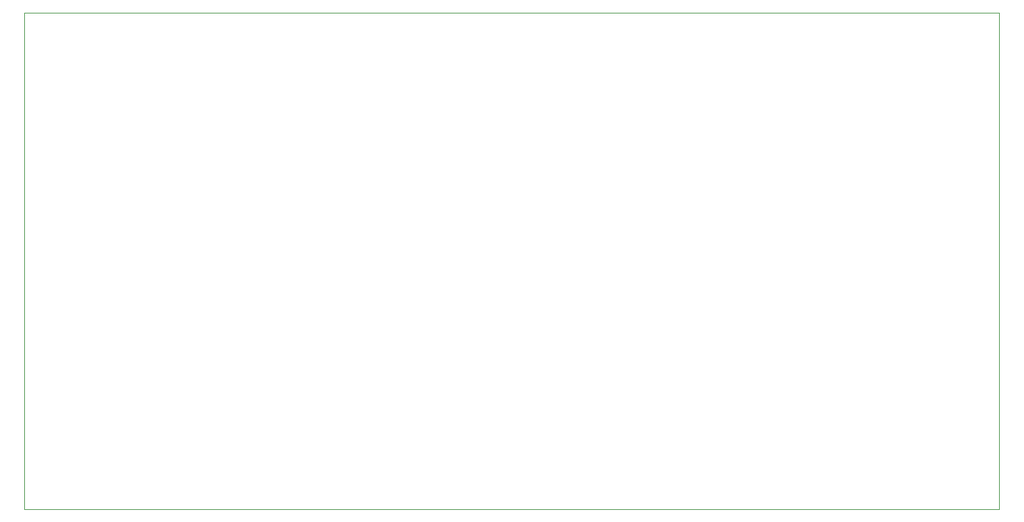
<source format=gbr>
G04 #@! TF.GenerationSoftware,KiCad,Pcbnew,5.1.5+dfsg1-2build2*
G04 #@! TF.CreationDate,2023-06-05T14:25:05+01:00*
G04 #@! TF.ProjectId,dumper_3780,64756d70-6572-45f3-9337-38302e6b6963,rev?*
G04 #@! TF.SameCoordinates,Original*
G04 #@! TF.FileFunction,Profile,NP*
%FSLAX46Y46*%
G04 Gerber Fmt 4.6, Leading zero omitted, Abs format (unit mm)*
G04 Created by KiCad (PCBNEW 5.1.5+dfsg1-2build2) date 2023-06-05 14:25:05*
%MOMM*%
%LPD*%
G04 APERTURE LIST*
%ADD10C,0.050000*%
G04 APERTURE END LIST*
D10*
X182500000Y-155000000D02*
X182500000Y-92500000D01*
X305000000Y-155000000D02*
X182500000Y-155000000D01*
X305000000Y-92500000D02*
X305000000Y-155000000D01*
X182500000Y-92500000D02*
X305000000Y-92500000D01*
M02*

</source>
